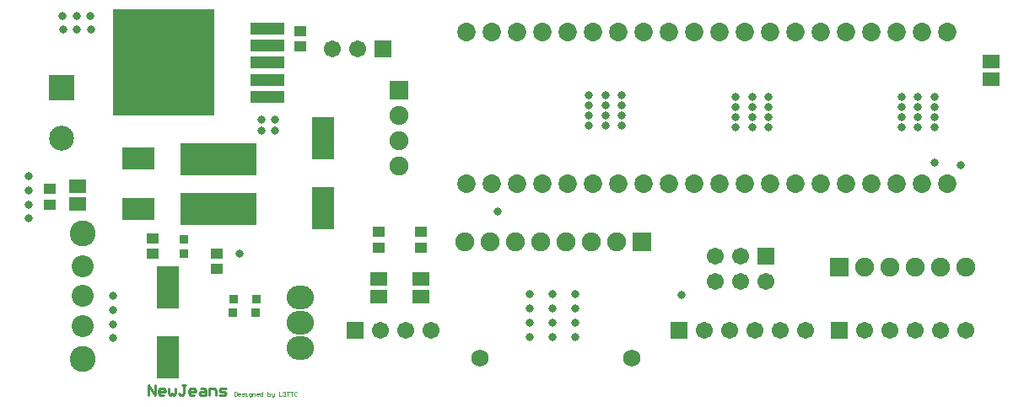
<source format=gts>
G04*
G04 #@! TF.GenerationSoftware,Altium Limited,Altium Designer,21.0.8 (223)*
G04*
G04 Layer_Color=8388736*
%FSLAX24Y24*%
%MOIN*%
G70*
G04*
G04 #@! TF.SameCoordinates,5611F575-40E7-4C37-80B7-B37D46D1236C*
G04*
G04*
G04 #@! TF.FilePolarity,Negative*
G04*
G01*
G75*
%ADD12C,0.0100*%
%ADD32C,0.0030*%
%ADD33R,0.1340X0.0493*%
%ADD34R,0.4017X0.4194*%
%ADD35R,0.0659X0.0537*%
%ADD36R,0.0380X0.0380*%
%ADD37R,0.0466X0.0446*%
%ADD38R,0.0867X0.1655*%
%ADD39R,0.3033X0.1261*%
%ADD40R,0.1261X0.0867*%
%ADD41C,0.0730*%
%ADD42C,0.1025*%
%ADD43C,0.0867*%
%ADD44C,0.0749*%
%ADD45R,0.0749X0.0749*%
%ADD46C,0.0671*%
%ADD47R,0.0671X0.0671*%
%ADD48R,0.0749X0.0749*%
%ADD49C,0.0680*%
%ADD50O,0.1080X0.0930*%
%ADD51R,0.0986X0.0986*%
%ADD52C,0.0986*%
%ADD53C,0.0320*%
D12*
X5300Y150D02*
Y550D01*
X5567Y150D01*
Y550D01*
X5900Y150D02*
X5767D01*
X5700Y217D01*
Y350D01*
X5767Y417D01*
X5900D01*
X5966Y350D01*
Y283D01*
X5700D01*
X6100Y417D02*
Y217D01*
X6166Y150D01*
X6233Y217D01*
X6300Y150D01*
X6366Y217D01*
Y417D01*
X6766Y550D02*
X6633D01*
X6700D01*
Y217D01*
X6633Y150D01*
X6566D01*
X6500Y217D01*
X7099Y150D02*
X6966D01*
X6899Y217D01*
Y350D01*
X6966Y417D01*
X7099D01*
X7166Y350D01*
Y283D01*
X6899D01*
X7366Y417D02*
X7499D01*
X7566Y350D01*
Y150D01*
X7366D01*
X7299Y217D01*
X7366Y283D01*
X7566D01*
X7699Y150D02*
Y417D01*
X7899D01*
X7966Y350D01*
Y150D01*
X8099D02*
X8299D01*
X8366Y217D01*
X8299Y283D01*
X8166D01*
X8099Y350D01*
X8166Y417D01*
X8366D01*
D32*
X8680Y280D02*
Y130D01*
X8755D01*
X8780Y155D01*
Y255D01*
X8755Y280D01*
X8680D01*
X8905Y130D02*
X8855D01*
X8830Y155D01*
Y205D01*
X8855Y230D01*
X8905D01*
X8930Y205D01*
Y180D01*
X8830D01*
X8980Y130D02*
X9055D01*
X9080Y155D01*
X9055Y180D01*
X9005D01*
X8980Y205D01*
X9005Y230D01*
X9080D01*
X9130Y130D02*
X9180D01*
X9155D01*
Y230D01*
X9130D01*
X9305Y80D02*
X9330D01*
X9355Y105D01*
Y230D01*
X9280D01*
X9255Y205D01*
Y155D01*
X9280Y130D01*
X9355D01*
X9405D02*
Y230D01*
X9480D01*
X9505Y205D01*
Y130D01*
X9630D02*
X9580D01*
X9555Y155D01*
Y205D01*
X9580Y230D01*
X9630D01*
X9655Y205D01*
Y180D01*
X9555D01*
X9805Y280D02*
Y130D01*
X9730D01*
X9705Y155D01*
Y205D01*
X9730Y230D01*
X9805D01*
X10005Y280D02*
Y130D01*
X10080D01*
X10105Y155D01*
Y180D01*
Y205D01*
X10080Y230D01*
X10005D01*
X10155D02*
Y155D01*
X10180Y130D01*
X10254D01*
Y105D01*
X10230Y80D01*
X10205D01*
X10254Y130D02*
Y230D01*
X10454Y280D02*
Y130D01*
X10554D01*
X10604Y255D02*
X10629Y280D01*
X10679D01*
X10704Y255D01*
Y230D01*
X10679Y205D01*
X10654D01*
X10679D01*
X10704Y180D01*
Y155D01*
X10679Y130D01*
X10629D01*
X10604Y155D01*
X10754Y280D02*
X10854D01*
X10804D01*
Y130D01*
X10904Y280D02*
X11004D01*
X10954D01*
Y130D01*
X11154Y255D02*
X11129Y280D01*
X11079D01*
X11054Y255D01*
Y155D01*
X11079Y130D01*
X11129D01*
X11154Y155D01*
D33*
X10000Y11961D02*
D03*
Y12631D02*
D03*
Y13300D02*
D03*
Y13969D02*
D03*
Y14639D02*
D03*
D34*
X5900Y13300D02*
D03*
D35*
X38600Y13350D02*
D03*
Y12650D02*
D03*
X2500Y8400D02*
D03*
Y7700D02*
D03*
X14400Y4750D02*
D03*
Y4050D02*
D03*
X16050Y4750D02*
D03*
Y4050D02*
D03*
D36*
X9540Y3400D02*
D03*
X9550Y3950D02*
D03*
X8640Y3400D02*
D03*
X8650Y3950D02*
D03*
X6690Y5750D02*
D03*
X6700Y6300D02*
D03*
D37*
X8000Y5750D02*
D03*
Y5144D02*
D03*
X5450Y6353D02*
D03*
Y5747D02*
D03*
X1400Y8303D02*
D03*
Y7697D02*
D03*
X16050Y5997D02*
D03*
Y6603D02*
D03*
X14400Y5998D02*
D03*
Y6604D02*
D03*
X11300Y14553D02*
D03*
Y13947D02*
D03*
D38*
X6050Y4400D02*
D03*
Y1644D02*
D03*
X12200Y10300D02*
D03*
Y7544D02*
D03*
D39*
X8050Y9484D02*
D03*
Y7516D02*
D03*
D40*
X4900Y7500D02*
D03*
Y9500D02*
D03*
D41*
X17850Y8500D02*
D03*
X18850D02*
D03*
X19850D02*
D03*
X20850D02*
D03*
X21850D02*
D03*
X22850D02*
D03*
X23850D02*
D03*
X24850D02*
D03*
X25850D02*
D03*
X26850D02*
D03*
X27850D02*
D03*
X28850D02*
D03*
X29850D02*
D03*
X30850D02*
D03*
X31850D02*
D03*
X32850D02*
D03*
X33850D02*
D03*
X34850D02*
D03*
X35850D02*
D03*
X36850D02*
D03*
Y14500D02*
D03*
X35850D02*
D03*
X34850D02*
D03*
X33850D02*
D03*
X32850D02*
D03*
X31850D02*
D03*
X30850D02*
D03*
X29850D02*
D03*
X28850D02*
D03*
X27850D02*
D03*
X26850D02*
D03*
X25850D02*
D03*
X24850D02*
D03*
X23850D02*
D03*
X22850D02*
D03*
X21850D02*
D03*
X20850D02*
D03*
X19850D02*
D03*
X18850D02*
D03*
X17850D02*
D03*
D42*
X2700Y1589D02*
D03*
Y6549D02*
D03*
D43*
Y2888D02*
D03*
Y4069D02*
D03*
Y5250D02*
D03*
D44*
X15200Y9200D02*
D03*
Y10200D02*
D03*
Y11200D02*
D03*
X37600Y5200D02*
D03*
X36600D02*
D03*
X35600D02*
D03*
X34600D02*
D03*
X33600D02*
D03*
X17800Y6200D02*
D03*
X18800D02*
D03*
X23800D02*
D03*
X22800D02*
D03*
X21800D02*
D03*
X20800D02*
D03*
X19800D02*
D03*
D45*
X15200Y12200D02*
D03*
D46*
X16450Y2700D02*
D03*
X15450D02*
D03*
X14450D02*
D03*
X29700Y4650D02*
D03*
X28700Y5650D02*
D03*
Y4650D02*
D03*
X27700Y5650D02*
D03*
Y4650D02*
D03*
X33600Y2700D02*
D03*
X34600D02*
D03*
X35600D02*
D03*
X36600D02*
D03*
X37600D02*
D03*
X31250D02*
D03*
X30250D02*
D03*
X29250D02*
D03*
X28250D02*
D03*
X27250D02*
D03*
X12550Y13850D02*
D03*
X13550D02*
D03*
D47*
X13450Y2700D02*
D03*
X29700Y5650D02*
D03*
X32600Y2700D02*
D03*
X26250D02*
D03*
X14550Y13850D02*
D03*
D48*
X32600Y5200D02*
D03*
X24800Y6200D02*
D03*
D49*
X18391Y1609D02*
D03*
X24391D02*
D03*
D50*
X11300Y2000D02*
D03*
Y4000D02*
D03*
Y3000D02*
D03*
D51*
X1850Y12300D02*
D03*
D52*
Y10300D02*
D03*
D53*
X8900Y5750D02*
D03*
X22150Y2450D02*
D03*
X20350D02*
D03*
X21250D02*
D03*
X22150Y3583D02*
D03*
Y4150D02*
D03*
Y3017D02*
D03*
X20350Y3583D02*
D03*
Y4150D02*
D03*
Y3017D02*
D03*
X3017Y14599D02*
D03*
X3000Y15150D02*
D03*
X9750Y10600D02*
D03*
Y11050D02*
D03*
X1894Y15151D02*
D03*
X2450Y15150D02*
D03*
X1912Y14599D02*
D03*
X2467D02*
D03*
X550Y8800D02*
D03*
X549Y8244D02*
D03*
Y7688D02*
D03*
Y7133D02*
D03*
X3900Y2400D02*
D03*
Y2956D02*
D03*
Y3512D02*
D03*
X3901Y4067D02*
D03*
X21250Y3583D02*
D03*
Y4150D02*
D03*
Y3017D02*
D03*
X36350Y11550D02*
D03*
X35700D02*
D03*
X35050Y11550D02*
D03*
X36350Y11950D02*
D03*
X35050Y11950D02*
D03*
X35700Y11950D02*
D03*
Y11150D02*
D03*
X35050Y11150D02*
D03*
X36350Y11150D02*
D03*
X35050Y10750D02*
D03*
X35700Y10750D02*
D03*
X36350D02*
D03*
X29800Y11550D02*
D03*
X29150D02*
D03*
X28500Y11550D02*
D03*
X29800Y11950D02*
D03*
X28500Y11950D02*
D03*
X29150Y11950D02*
D03*
Y11150D02*
D03*
X28500Y11150D02*
D03*
X29800Y11150D02*
D03*
X28500Y10750D02*
D03*
X29150Y10750D02*
D03*
X29800D02*
D03*
X24000Y10800D02*
D03*
X23350D02*
D03*
X22700Y10800D02*
D03*
X24000Y11200D02*
D03*
X22700Y11200D02*
D03*
X23350Y11200D02*
D03*
Y12000D02*
D03*
X22700Y12000D02*
D03*
X24000Y12000D02*
D03*
X22700Y11600D02*
D03*
X23350Y11600D02*
D03*
X24000D02*
D03*
X36350Y9350D02*
D03*
X37400Y9250D02*
D03*
X26350Y4100D02*
D03*
X10300Y10600D02*
D03*
Y11050D02*
D03*
X19100Y7400D02*
D03*
M02*

</source>
